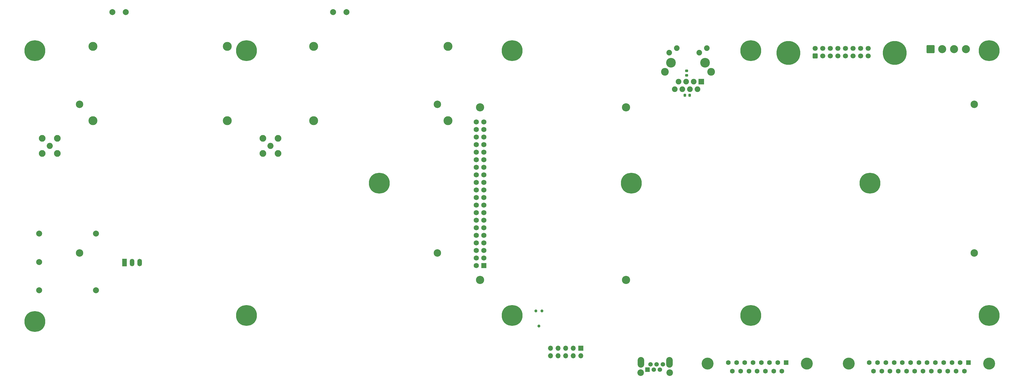
<source format=gbr>
%TF.GenerationSoftware,KiCad,Pcbnew,6.0.2+dfsg-1*%
%TF.CreationDate,2024-04-12T04:35:11+02:00*%
%TF.ProjectId,seatel,73656174-656c-42e6-9b69-6361645f7063,rev?*%
%TF.SameCoordinates,Original*%
%TF.FileFunction,Soldermask,Bot*%
%TF.FilePolarity,Negative*%
%FSLAX46Y46*%
G04 Gerber Fmt 4.6, Leading zero omitted, Abs format (unit mm)*
G04 Created by KiCad (PCBNEW 6.0.2+dfsg-1) date 2024-04-12 04:35:11*
%MOMM*%
%LPD*%
G01*
G04 APERTURE LIST*
G04 Aperture macros list*
%AMRoundRect*
0 Rectangle with rounded corners*
0 $1 Rounding radius*
0 $2 $3 $4 $5 $6 $7 $8 $9 X,Y pos of 4 corners*
0 Add a 4 corners polygon primitive as box body*
4,1,4,$2,$3,$4,$5,$6,$7,$8,$9,$2,$3,0*
0 Add four circle primitives for the rounded corners*
1,1,$1+$1,$2,$3*
1,1,$1+$1,$4,$5*
1,1,$1+$1,$6,$7*
1,1,$1+$1,$8,$9*
0 Add four rect primitives between the rounded corners*
20,1,$1+$1,$2,$3,$4,$5,0*
20,1,$1+$1,$4,$5,$6,$7,0*
20,1,$1+$1,$6,$7,$8,$9,0*
20,1,$1+$1,$8,$9,$2,$3,0*%
G04 Aperture macros list end*
%ADD10C,2.500000*%
%ADD11C,7.000000*%
%ADD12C,3.000000*%
%ADD13C,2.000000*%
%ADD14R,1.500000X1.500000*%
%ADD15C,1.500000*%
%ADD16C,2.200000*%
%ADD17O,2.200000X3.600000*%
%ADD18C,4.000000*%
%ADD19R,1.600000X1.600000*%
%ADD20C,1.600000*%
%ADD21RoundRect,0.250000X0.600000X-0.600000X0.600000X0.600000X-0.600000X0.600000X-0.600000X-0.600000X0*%
%ADD22C,1.700000*%
%ADD23C,8.000000*%
%ADD24R,1.500000X2.500000*%
%ADD25O,1.500000X2.500000*%
%ADD26C,0.990600*%
%ADD27C,2.050000*%
%ADD28C,2.250000*%
%ADD29RoundRect,0.250001X-1.099999X-1.099999X1.099999X-1.099999X1.099999X1.099999X-1.099999X1.099999X0*%
%ADD30C,2.700000*%
%ADD31R,1.700000X1.700000*%
%ADD32O,1.700000X1.700000*%
%ADD33C,2.750000*%
%ADD34R,1.750000X1.750000*%
%ADD35C,1.750000*%
%ADD36C,3.250000*%
%ADD37C,2.600000*%
%ADD38C,1.890000*%
%ADD39R,1.900000X1.900000*%
%ADD40C,1.900000*%
%ADD41RoundRect,0.225000X0.250000X-0.225000X0.250000X0.225000X-0.250000X0.225000X-0.250000X-0.225000X0*%
%ADD42RoundRect,0.225000X0.225000X0.250000X-0.225000X0.250000X-0.225000X-0.250000X0.225000X-0.250000X0*%
G04 APERTURE END LIST*
D10*
%TO.C,FID6*%
X70000000Y-155000000D03*
%TD*%
%TO.C,FID5*%
X70000000Y-105000000D03*
%TD*%
%TO.C,FID4*%
X190000000Y-105000000D03*
%TD*%
%TO.C,FID3*%
X370000000Y-105000000D03*
%TD*%
%TO.C,FID2*%
X190000000Y-155000000D03*
%TD*%
%TO.C,FID1*%
X370000000Y-155000000D03*
%TD*%
D11*
%TO.C,H5*%
X375000000Y-176000000D03*
%TD*%
D12*
%TO.C,J1*%
X148500000Y-110500000D03*
X148500000Y-85500000D03*
X193500000Y-85500000D03*
X193500000Y-110500000D03*
D13*
X159500000Y-74000000D03*
X155000000Y-74000000D03*
%TD*%
D14*
%TO.C,J8*%
X260450000Y-194200000D03*
D15*
X261450000Y-192400000D03*
X262500000Y-194200000D03*
X263500000Y-192400000D03*
X264550000Y-194200000D03*
X265550000Y-192400000D03*
D16*
X258150000Y-195150000D03*
D17*
X267750000Y-191700000D03*
X258250000Y-191700000D03*
D16*
X267850000Y-195150000D03*
%TD*%
D11*
%TO.C,H2*%
X126000000Y-176000000D03*
%TD*%
D13*
%TO.C,IC7*%
X56475000Y-148475000D03*
X56475000Y-158000000D03*
X56475000Y-167525000D03*
X75525000Y-167525000D03*
X75525000Y-148475000D03*
%TD*%
D18*
%TO.C,J9*%
X313830000Y-192119669D03*
X280530000Y-192119669D03*
D19*
X306875000Y-191819669D03*
D20*
X304105000Y-191819669D03*
X301335000Y-191819669D03*
X298565000Y-191819669D03*
X295795000Y-191819669D03*
X293025000Y-191819669D03*
X290255000Y-191819669D03*
X287485000Y-191819669D03*
X305490000Y-194659669D03*
X302720000Y-194659669D03*
X299950000Y-194659669D03*
X297180000Y-194659669D03*
X294410000Y-194659669D03*
X291640000Y-194659669D03*
X288870000Y-194659669D03*
%TD*%
D11*
%TO.C,H1*%
X55000000Y-178000000D03*
%TD*%
%TO.C,H8*%
X335000000Y-131500000D03*
%TD*%
D21*
%TO.C,J115*%
X316610000Y-88752500D03*
D22*
X316610000Y-86212500D03*
X319150000Y-88752500D03*
X319150000Y-86212500D03*
X321690000Y-88752500D03*
X321690000Y-86212500D03*
X324230000Y-88752500D03*
X324230000Y-86212500D03*
X326770000Y-88752500D03*
X326770000Y-86212500D03*
X329310000Y-88752500D03*
X329310000Y-86212500D03*
X331850000Y-88752500D03*
X331850000Y-86212500D03*
X334390000Y-88752500D03*
X334390000Y-86212500D03*
D23*
X307670000Y-87732500D03*
X343330000Y-87732500D03*
%TD*%
D11*
%TO.C,H10*%
X126000000Y-87000000D03*
%TD*%
D24*
%TO.C,IC8*%
X85067500Y-158182500D03*
D25*
X87607500Y-158182500D03*
X90147500Y-158182500D03*
%TD*%
D11*
%TO.C,H6*%
X170500000Y-131500000D03*
%TD*%
D26*
%TO.C,P1*%
X225016000Y-174460000D03*
X222984000Y-174460000D03*
X224000000Y-179540000D03*
%TD*%
D11*
%TO.C,H12*%
X295000000Y-87000000D03*
%TD*%
D27*
%TO.C,J5*%
X134000000Y-119000000D03*
D28*
X136540000Y-116460000D03*
X131460000Y-121540000D03*
X136540000Y-121540000D03*
X131460000Y-116460000D03*
%TD*%
D29*
%TO.C,J111*%
X355282500Y-86450000D03*
D30*
X359242500Y-86450000D03*
X363202500Y-86450000D03*
X367162500Y-86450000D03*
%TD*%
D11*
%TO.C,H9*%
X55000000Y-87000000D03*
%TD*%
D31*
%TO.C,J6*%
X238080000Y-186960000D03*
D32*
X238080000Y-189500000D03*
X235540000Y-186960000D03*
X235540000Y-189500000D03*
X233000000Y-186960000D03*
X233000000Y-189500000D03*
X230460000Y-186960000D03*
X230460000Y-189500000D03*
X227920000Y-186960000D03*
X227920000Y-189500000D03*
%TD*%
D18*
%TO.C,J10*%
X374955000Y-192119669D03*
X327855000Y-192119669D03*
D19*
X368025000Y-191819669D03*
D20*
X365255000Y-191819669D03*
X362485000Y-191819669D03*
X359715000Y-191819669D03*
X356945000Y-191819669D03*
X354175000Y-191819669D03*
X351405000Y-191819669D03*
X348635000Y-191819669D03*
X345865000Y-191819669D03*
X343095000Y-191819669D03*
X340325000Y-191819669D03*
X337555000Y-191819669D03*
X334785000Y-191819669D03*
X366640000Y-194659669D03*
X363870000Y-194659669D03*
X361100000Y-194659669D03*
X358330000Y-194659669D03*
X355560000Y-194659669D03*
X352790000Y-194659669D03*
X350020000Y-194659669D03*
X347250000Y-194659669D03*
X344480000Y-194659669D03*
X341710000Y-194659669D03*
X338940000Y-194659669D03*
X336170000Y-194659669D03*
%TD*%
D33*
%TO.C,J3*%
X253250000Y-106050000D03*
X204250000Y-106050000D03*
X204250000Y-164050000D03*
X253250000Y-164050000D03*
D34*
X205520000Y-159180000D03*
D35*
X202980000Y-159180000D03*
X205520000Y-156640000D03*
X202980000Y-156640000D03*
X205520000Y-154100000D03*
X202980000Y-154100000D03*
X205520000Y-151560000D03*
X202980000Y-151560000D03*
X205520000Y-149020000D03*
X202980000Y-149020000D03*
X205520000Y-146480000D03*
X202980000Y-146480000D03*
X205520000Y-143940000D03*
X202980000Y-143940000D03*
X205520000Y-141400000D03*
X202980000Y-141400000D03*
X205520000Y-138860000D03*
X202980000Y-138860000D03*
X205520000Y-136320000D03*
X202980000Y-136320000D03*
X205520000Y-133780000D03*
X202980000Y-133780000D03*
X205520000Y-131240000D03*
X202980000Y-131240000D03*
X205520000Y-128700000D03*
X202980000Y-128700000D03*
X205520000Y-126160000D03*
X202980000Y-126160000D03*
X205520000Y-123620000D03*
X202980000Y-123620000D03*
X205520000Y-121080000D03*
X202980000Y-121080000D03*
X205520000Y-118540000D03*
X202980000Y-118540000D03*
X205520000Y-116000000D03*
X202980000Y-116000000D03*
X205520000Y-113460000D03*
X202980000Y-113460000D03*
X205520000Y-110920000D03*
X202980000Y-110920000D03*
%TD*%
D36*
%TO.C,J7*%
X268285000Y-91030000D03*
X279715000Y-91030000D03*
D37*
X266225000Y-94080000D03*
X281775000Y-94080000D03*
D38*
X267675000Y-87650000D03*
X270215000Y-86130000D03*
X277785000Y-87650000D03*
X280325000Y-86130000D03*
D39*
X278445000Y-97370000D03*
D40*
X277175000Y-99910000D03*
X275905000Y-97370000D03*
X274635000Y-99910000D03*
X273365000Y-97370000D03*
X272095000Y-99910000D03*
X270825000Y-97370000D03*
X269555000Y-99910000D03*
%TD*%
D11*
%TO.C,H7*%
X255000000Y-131500000D03*
%TD*%
%TO.C,H13*%
X375000000Y-87000000D03*
%TD*%
%TO.C,H3*%
X215000000Y-176000000D03*
%TD*%
D27*
%TO.C,J4*%
X60000000Y-119000000D03*
D28*
X57460000Y-116460000D03*
X62540000Y-121540000D03*
X62540000Y-116460000D03*
X57460000Y-121540000D03*
%TD*%
D11*
%TO.C,H4*%
X295000000Y-176000000D03*
%TD*%
%TO.C,H11*%
X215000000Y-87000000D03*
%TD*%
D12*
%TO.C,J2*%
X74500000Y-85500000D03*
X119500000Y-85500000D03*
X119500000Y-110500000D03*
X74500000Y-110500000D03*
D13*
X85500000Y-74000000D03*
X81000000Y-74000000D03*
%TD*%
D41*
%TO.C,C76*%
X273500000Y-95275000D03*
X273500000Y-93725000D03*
%TD*%
D42*
%TO.C,C75*%
X274525000Y-102000000D03*
X272975000Y-102000000D03*
%TD*%
M02*

</source>
